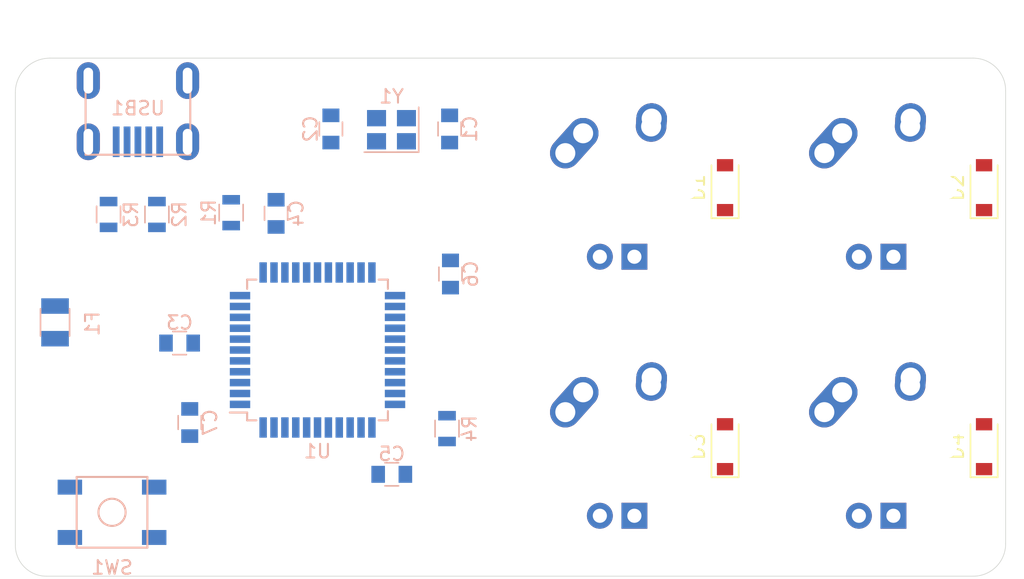
<source format=kicad_pcb>
(kicad_pcb (version 20171130) (host pcbnew "(5.1.0-0)")

  (general
    (thickness 1.6)
    (drawings 8)
    (tracks 0)
    (zones 0)
    (modules 24)
    (nets 57)
  )

  (page A4)
  (layers
    (0 F.Cu signal)
    (31 B.Cu signal)
    (32 B.Adhes user)
    (33 F.Adhes user)
    (34 B.Paste user)
    (35 F.Paste user)
    (36 B.SilkS user)
    (37 F.SilkS user)
    (38 B.Mask user)
    (39 F.Mask user)
    (40 Dwgs.User user)
    (41 Cmts.User user)
    (42 Eco1.User user)
    (43 Eco2.User user)
    (44 Edge.Cuts user)
    (45 Margin user)
    (46 B.CrtYd user)
    (47 F.CrtYd user)
    (48 B.Fab user)
    (49 F.Fab user)
  )

  (setup
    (last_trace_width 0.25)
    (trace_clearance 0.2)
    (zone_clearance 0.508)
    (zone_45_only no)
    (trace_min 0.2)
    (via_size 0.8)
    (via_drill 0.4)
    (via_min_size 0.4)
    (via_min_drill 0.3)
    (uvia_size 0.3)
    (uvia_drill 0.1)
    (uvias_allowed no)
    (uvia_min_size 0.2)
    (uvia_min_drill 0.1)
    (edge_width 0.05)
    (segment_width 0.2)
    (pcb_text_width 0.3)
    (pcb_text_size 1.5 1.5)
    (mod_edge_width 0.12)
    (mod_text_size 1 1)
    (mod_text_width 0.15)
    (pad_size 1.524 1.524)
    (pad_drill 0.762)
    (pad_to_mask_clearance 0.051)
    (solder_mask_min_width 0.25)
    (aux_axis_origin 0 0)
    (visible_elements FFFFFF7F)
    (pcbplotparams
      (layerselection 0x010fc_ffffffff)
      (usegerberextensions false)
      (usegerberattributes false)
      (usegerberadvancedattributes false)
      (creategerberjobfile false)
      (excludeedgelayer true)
      (linewidth 0.100000)
      (plotframeref false)
      (viasonmask false)
      (mode 1)
      (useauxorigin false)
      (hpglpennumber 1)
      (hpglpenspeed 20)
      (hpglpendiameter 15.000000)
      (psnegative false)
      (psa4output false)
      (plotreference true)
      (plotvalue true)
      (plotinvisibletext false)
      (padsonsilk false)
      (subtractmaskfromsilk false)
      (outputformat 1)
      (mirror false)
      (drillshape 1)
      (scaleselection 1)
      (outputdirectory ""))
  )

  (net 0 "")
  (net 1 "Net-(C1-Pad1)")
  (net 2 GND)
  (net 3 "Net-(C2-Pad1)")
  (net 4 "Net-(C3-Pad1)")
  (net 5 +5V)
  (net 6 ROW0)
  (net 7 "Net-(D1-Pad2)")
  (net 8 "Net-(D2-Pad2)")
  (net 9 ROW1)
  (net 10 "Net-(D3-Pad2)")
  (net 11 "Net-(D4-Pad2)")
  (net 12 VCC)
  (net 13 "Net-(MX1-Pad4)")
  (net 14 "Net-(MX1-Pad3)")
  (net 15 COL0)
  (net 16 "Net-(MX2-Pad4)")
  (net 17 "Net-(MX2-Pad3)")
  (net 18 COL1)
  (net 19 "Net-(MX3-Pad4)")
  (net 20 "Net-(MX3-Pad3)")
  (net 21 "Net-(MX4-Pad4)")
  (net 22 "Net-(MX4-Pad3)")
  (net 23 "Net-(R1-Pad2)")
  (net 24 "Net-(R2-Pad1)")
  (net 25 D+)
  (net 26 "Net-(R3-Pad1)")
  (net 27 D-)
  (net 28 "Net-(R4-Pad2)")
  (net 29 "Net-(U1-Pad1)")
  (net 30 "Net-(U1-Pad8)")
  (net 31 "Net-(U1-Pad9)")
  (net 32 "Net-(U1-Pad10)")
  (net 33 "Net-(U1-Pad11)")
  (net 34 "Net-(U1-Pad12)")
  (net 35 "Net-(U1-Pad18)")
  (net 36 "Net-(U1-Pad19)")
  (net 37 "Net-(U1-Pad20)")
  (net 38 "Net-(U1-Pad21)")
  (net 39 "Net-(U1-Pad22)")
  (net 40 "Net-(U1-Pad25)")
  (net 41 "Net-(U1-Pad26)")
  (net 42 "Net-(U1-Pad27)")
  (net 43 "Net-(U1-Pad28)")
  (net 44 "Net-(U1-Pad29)")
  (net 45 "Net-(U1-Pad30)")
  (net 46 "Net-(U1-Pad31)")
  (net 47 "Net-(U1-Pad32)")
  (net 48 "Net-(U1-Pad36)")
  (net 49 "Net-(U1-Pad37)")
  (net 50 "Net-(U1-Pad38)")
  (net 51 "Net-(U1-Pad39)")
  (net 52 "Net-(U1-Pad40)")
  (net 53 "Net-(U1-Pad41)")
  (net 54 "Net-(U1-Pad42)")
  (net 55 "Net-(USB1-Pad6)")
  (net 56 "Net-(USB1-Pad2)")

  (net_class Default "This is the default net class."
    (clearance 0.2)
    (trace_width 0.25)
    (via_dia 0.8)
    (via_drill 0.4)
    (uvia_dia 0.3)
    (uvia_drill 0.1)
    (add_net +5V)
    (add_net COL0)
    (add_net COL1)
    (add_net D+)
    (add_net D-)
    (add_net GND)
    (add_net "Net-(C1-Pad1)")
    (add_net "Net-(C2-Pad1)")
    (add_net "Net-(C3-Pad1)")
    (add_net "Net-(D1-Pad2)")
    (add_net "Net-(D2-Pad2)")
    (add_net "Net-(D3-Pad2)")
    (add_net "Net-(D4-Pad2)")
    (add_net "Net-(MX1-Pad3)")
    (add_net "Net-(MX1-Pad4)")
    (add_net "Net-(MX2-Pad3)")
    (add_net "Net-(MX2-Pad4)")
    (add_net "Net-(MX3-Pad3)")
    (add_net "Net-(MX3-Pad4)")
    (add_net "Net-(MX4-Pad3)")
    (add_net "Net-(MX4-Pad4)")
    (add_net "Net-(R1-Pad2)")
    (add_net "Net-(R2-Pad1)")
    (add_net "Net-(R3-Pad1)")
    (add_net "Net-(R4-Pad2)")
    (add_net "Net-(U1-Pad1)")
    (add_net "Net-(U1-Pad10)")
    (add_net "Net-(U1-Pad11)")
    (add_net "Net-(U1-Pad12)")
    (add_net "Net-(U1-Pad18)")
    (add_net "Net-(U1-Pad19)")
    (add_net "Net-(U1-Pad20)")
    (add_net "Net-(U1-Pad21)")
    (add_net "Net-(U1-Pad22)")
    (add_net "Net-(U1-Pad25)")
    (add_net "Net-(U1-Pad26)")
    (add_net "Net-(U1-Pad27)")
    (add_net "Net-(U1-Pad28)")
    (add_net "Net-(U1-Pad29)")
    (add_net "Net-(U1-Pad30)")
    (add_net "Net-(U1-Pad31)")
    (add_net "Net-(U1-Pad32)")
    (add_net "Net-(U1-Pad36)")
    (add_net "Net-(U1-Pad37)")
    (add_net "Net-(U1-Pad38)")
    (add_net "Net-(U1-Pad39)")
    (add_net "Net-(U1-Pad40)")
    (add_net "Net-(U1-Pad41)")
    (add_net "Net-(U1-Pad42)")
    (add_net "Net-(U1-Pad8)")
    (add_net "Net-(U1-Pad9)")
    (add_net "Net-(USB1-Pad2)")
    (add_net "Net-(USB1-Pad6)")
    (add_net ROW0)
    (add_net ROW1)
    (add_net VCC)
  )

  (module Capacitors_SMD:C_0805 (layer B.Cu) (tedit 58AA8463) (tstamp 5CEDECCE)
    (at 211.5185 84.582 90)
    (descr "Capacitor SMD 0805, reflow soldering, AVX (see smccp.pdf)")
    (tags "capacitor 0805")
    (path /5CF016BA)
    (attr smd)
    (fp_text reference C1 (at 0 1.5 90) (layer B.SilkS)
      (effects (font (size 1 1) (thickness 0.15)) (justify mirror))
    )
    (fp_text value 22pF (at 0 -1.75 90) (layer B.Fab)
      (effects (font (size 1 1) (thickness 0.15)) (justify mirror))
    )
    (fp_text user %R (at 0 1.5 90) (layer B.Fab)
      (effects (font (size 1 1) (thickness 0.15)) (justify mirror))
    )
    (fp_line (start -1 -0.62) (end -1 0.62) (layer B.Fab) (width 0.1))
    (fp_line (start 1 -0.62) (end -1 -0.62) (layer B.Fab) (width 0.1))
    (fp_line (start 1 0.62) (end 1 -0.62) (layer B.Fab) (width 0.1))
    (fp_line (start -1 0.62) (end 1 0.62) (layer B.Fab) (width 0.1))
    (fp_line (start 0.5 0.85) (end -0.5 0.85) (layer B.SilkS) (width 0.12))
    (fp_line (start -0.5 -0.85) (end 0.5 -0.85) (layer B.SilkS) (width 0.12))
    (fp_line (start -1.75 0.88) (end 1.75 0.88) (layer B.CrtYd) (width 0.05))
    (fp_line (start -1.75 0.88) (end -1.75 -0.87) (layer B.CrtYd) (width 0.05))
    (fp_line (start 1.75 -0.87) (end 1.75 0.88) (layer B.CrtYd) (width 0.05))
    (fp_line (start 1.75 -0.87) (end -1.75 -0.87) (layer B.CrtYd) (width 0.05))
    (pad 1 smd rect (at -1 0 90) (size 1 1.25) (layers B.Cu B.Paste B.Mask)
      (net 1 "Net-(C1-Pad1)"))
    (pad 2 smd rect (at 1 0 90) (size 1 1.25) (layers B.Cu B.Paste B.Mask)
      (net 2 GND))
    (model Capacitors_SMD.3dshapes/C_0805.wrl
      (at (xyz 0 0 0))
      (scale (xyz 1 1 1))
      (rotate (xyz 0 0 0))
    )
  )

  (module Capacitors_SMD:C_0805 (layer B.Cu) (tedit 58AA8463) (tstamp 5CEDEC9E)
    (at 202.78725 84.582 270)
    (descr "Capacitor SMD 0805, reflow soldering, AVX (see smccp.pdf)")
    (tags "capacitor 0805")
    (path /5CF02914)
    (attr smd)
    (fp_text reference C2 (at 0 1.5 270) (layer B.SilkS)
      (effects (font (size 1 1) (thickness 0.15)) (justify mirror))
    )
    (fp_text value 22pF (at 0 -1.75 270) (layer B.Fab)
      (effects (font (size 1 1) (thickness 0.15)) (justify mirror))
    )
    (fp_text user %R (at 0 1.5 270) (layer B.Fab)
      (effects (font (size 1 1) (thickness 0.15)) (justify mirror))
    )
    (fp_line (start -1 -0.62) (end -1 0.62) (layer B.Fab) (width 0.1))
    (fp_line (start 1 -0.62) (end -1 -0.62) (layer B.Fab) (width 0.1))
    (fp_line (start 1 0.62) (end 1 -0.62) (layer B.Fab) (width 0.1))
    (fp_line (start -1 0.62) (end 1 0.62) (layer B.Fab) (width 0.1))
    (fp_line (start 0.5 0.85) (end -0.5 0.85) (layer B.SilkS) (width 0.12))
    (fp_line (start -0.5 -0.85) (end 0.5 -0.85) (layer B.SilkS) (width 0.12))
    (fp_line (start -1.75 0.88) (end 1.75 0.88) (layer B.CrtYd) (width 0.05))
    (fp_line (start -1.75 0.88) (end -1.75 -0.87) (layer B.CrtYd) (width 0.05))
    (fp_line (start 1.75 -0.87) (end 1.75 0.88) (layer B.CrtYd) (width 0.05))
    (fp_line (start 1.75 -0.87) (end -1.75 -0.87) (layer B.CrtYd) (width 0.05))
    (pad 1 smd rect (at -1 0 270) (size 1 1.25) (layers B.Cu B.Paste B.Mask)
      (net 3 "Net-(C2-Pad1)"))
    (pad 2 smd rect (at 1 0 270) (size 1 1.25) (layers B.Cu B.Paste B.Mask)
      (net 2 GND))
    (model Capacitors_SMD.3dshapes/C_0805.wrl
      (at (xyz 0 0 0))
      (scale (xyz 1 1 1))
      (rotate (xyz 0 0 0))
    )
  )

  (module Resistors_SMD:R_0805 (layer B.Cu) (tedit 58E0A804) (tstamp 5CEDEC6E)
    (at 195.453 90.739 270)
    (descr "Resistor SMD 0805, reflow soldering, Vishay (see dcrcw.pdf)")
    (tags "resistor 0805")
    (path /5CF20C89)
    (attr smd)
    (fp_text reference R1 (at 0 1.65 270) (layer B.SilkS)
      (effects (font (size 1 1) (thickness 0.15)) (justify mirror))
    )
    (fp_text value 10k (at 0 -1.75 270) (layer B.Fab)
      (effects (font (size 1 1) (thickness 0.15)) (justify mirror))
    )
    (fp_text user %R (at 0 0 270) (layer B.Fab)
      (effects (font (size 0.5 0.5) (thickness 0.075)) (justify mirror))
    )
    (fp_line (start -1 -0.62) (end -1 0.62) (layer B.Fab) (width 0.1))
    (fp_line (start 1 -0.62) (end -1 -0.62) (layer B.Fab) (width 0.1))
    (fp_line (start 1 0.62) (end 1 -0.62) (layer B.Fab) (width 0.1))
    (fp_line (start -1 0.62) (end 1 0.62) (layer B.Fab) (width 0.1))
    (fp_line (start 0.6 -0.88) (end -0.6 -0.88) (layer B.SilkS) (width 0.12))
    (fp_line (start -0.6 0.88) (end 0.6 0.88) (layer B.SilkS) (width 0.12))
    (fp_line (start -1.55 0.9) (end 1.55 0.9) (layer B.CrtYd) (width 0.05))
    (fp_line (start -1.55 0.9) (end -1.55 -0.9) (layer B.CrtYd) (width 0.05))
    (fp_line (start 1.55 -0.9) (end 1.55 0.9) (layer B.CrtYd) (width 0.05))
    (fp_line (start 1.55 -0.9) (end -1.55 -0.9) (layer B.CrtYd) (width 0.05))
    (pad 1 smd rect (at -0.95 0 270) (size 0.7 1.3) (layers B.Cu B.Paste B.Mask)
      (net 5 +5V))
    (pad 2 smd rect (at 0.95 0 270) (size 0.7 1.3) (layers B.Cu B.Paste B.Mask)
      (net 23 "Net-(R1-Pad2)"))
    (model ${KISYS3DMOD}/Resistors_SMD.3dshapes/R_0805.wrl
      (at (xyz 0 0 0))
      (scale (xyz 1 1 1))
      (rotate (xyz 0 0 0))
    )
  )

  (module random-keyboard-parts:SKQG-1155865 (layer B.Cu) (tedit 5C42C5DE) (tstamp 5CEDEC24)
    (at 186.69 112.776 180)
    (path /5CF107F0)
    (attr smd)
    (fp_text reference SW1 (at 0 -4.064 180) (layer B.SilkS)
      (effects (font (size 1 1) (thickness 0.15)) (justify mirror))
    )
    (fp_text value SW_Push (at 0 4.064 180) (layer B.Fab)
      (effects (font (size 1 1) (thickness 0.15)) (justify mirror))
    )
    (fp_line (start -2.6 2.6) (end 2.6 2.6) (layer B.SilkS) (width 0.15))
    (fp_line (start 2.6 2.6) (end 2.6 -2.6) (layer B.SilkS) (width 0.15))
    (fp_line (start 2.6 -2.6) (end -2.6 -2.6) (layer B.SilkS) (width 0.15))
    (fp_line (start -2.6 -2.6) (end -2.6 2.6) (layer B.SilkS) (width 0.15))
    (fp_circle (center 0 0) (end 1 0) (layer B.SilkS) (width 0.15))
    (fp_line (start -4.2 2.6) (end 4.2 2.6) (layer B.Fab) (width 0.15))
    (fp_line (start 4.2 2.6) (end 4.2 1.2) (layer B.Fab) (width 0.15))
    (fp_line (start 4.2 1.1) (end 2.6 1.1) (layer B.Fab) (width 0.15))
    (fp_line (start 2.6 1.1) (end 2.6 -1.1) (layer B.Fab) (width 0.15))
    (fp_line (start 2.6 -1.1) (end 4.2 -1.1) (layer B.Fab) (width 0.15))
    (fp_line (start 4.2 -1.1) (end 4.2 -2.6) (layer B.Fab) (width 0.15))
    (fp_line (start 4.2 -2.6) (end -4.2 -2.6) (layer B.Fab) (width 0.15))
    (fp_line (start -4.2 -2.6) (end -4.2 -1.1) (layer B.Fab) (width 0.15))
    (fp_line (start -4.2 -1.1) (end -2.6 -1.1) (layer B.Fab) (width 0.15))
    (fp_line (start -2.6 -1.1) (end -2.6 1.1) (layer B.Fab) (width 0.15))
    (fp_line (start -2.6 1.1) (end -4.2 1.1) (layer B.Fab) (width 0.15))
    (fp_line (start -4.2 1.1) (end -4.2 2.6) (layer B.Fab) (width 0.15))
    (fp_circle (center 0 0) (end 1 0) (layer B.Fab) (width 0.15))
    (fp_line (start -2.6 1.1) (end -1.1 2.6) (layer B.Fab) (width 0.15))
    (fp_line (start 2.6 1.1) (end 1.1 2.6) (layer B.Fab) (width 0.15))
    (fp_line (start 2.6 -1.1) (end 1.1 -2.6) (layer B.Fab) (width 0.15))
    (fp_line (start -2.6 -1.1) (end -1.1 -2.6) (layer B.Fab) (width 0.15))
    (pad 4 smd rect (at -3.1 -1.85 180) (size 1.8 1.1) (layers B.Cu B.Paste B.Mask))
    (pad 3 smd rect (at 3.1 1.85 180) (size 1.8 1.1) (layers B.Cu B.Paste B.Mask))
    (pad 2 smd rect (at -3.1 1.85 180) (size 1.8 1.1) (layers B.Cu B.Paste B.Mask)
      (net 23 "Net-(R1-Pad2)"))
    (pad 1 smd rect (at 3.1 -1.85 180) (size 1.8 1.1) (layers B.Cu B.Paste B.Mask)
      (net 2 GND))
  )

  (module Crystals:Crystal_SMD_3225-4pin_3.2x2.5mm (layer B.Cu) (tedit 58CD2E9C) (tstamp 5CEDEBE1)
    (at 207.2435 84.63825 180)
    (descr "SMD Crystal SERIES SMD3225/4 http://www.txccrystal.com/images/pdf/7m-accuracy.pdf, 3.2x2.5mm^2 package")
    (tags "SMD SMT crystal")
    (path /5CEF83B1)
    (attr smd)
    (fp_text reference Y1 (at 0 2.45 180) (layer B.SilkS)
      (effects (font (size 1 1) (thickness 0.15)) (justify mirror))
    )
    (fp_text value 16MHz (at 0 -2.45 180) (layer B.Fab)
      (effects (font (size 1 1) (thickness 0.15)) (justify mirror))
    )
    (fp_text user %R (at 0 0 180) (layer B.Fab)
      (effects (font (size 0.7 0.7) (thickness 0.105)) (justify mirror))
    )
    (fp_line (start -1.6 1.25) (end -1.6 -1.25) (layer B.Fab) (width 0.1))
    (fp_line (start -1.6 -1.25) (end 1.6 -1.25) (layer B.Fab) (width 0.1))
    (fp_line (start 1.6 -1.25) (end 1.6 1.25) (layer B.Fab) (width 0.1))
    (fp_line (start 1.6 1.25) (end -1.6 1.25) (layer B.Fab) (width 0.1))
    (fp_line (start -1.6 -0.25) (end -0.6 -1.25) (layer B.Fab) (width 0.1))
    (fp_line (start -2 1.65) (end -2 -1.65) (layer B.SilkS) (width 0.12))
    (fp_line (start -2 -1.65) (end 2 -1.65) (layer B.SilkS) (width 0.12))
    (fp_line (start -2.1 1.7) (end -2.1 -1.7) (layer B.CrtYd) (width 0.05))
    (fp_line (start -2.1 -1.7) (end 2.1 -1.7) (layer B.CrtYd) (width 0.05))
    (fp_line (start 2.1 -1.7) (end 2.1 1.7) (layer B.CrtYd) (width 0.05))
    (fp_line (start 2.1 1.7) (end -2.1 1.7) (layer B.CrtYd) (width 0.05))
    (pad 1 smd rect (at -1.1 -0.85 180) (size 1.4 1.2) (layers B.Cu B.Paste B.Mask)
      (net 1 "Net-(C1-Pad1)"))
    (pad 2 smd rect (at 1.1 -0.85 180) (size 1.4 1.2) (layers B.Cu B.Paste B.Mask)
      (net 2 GND))
    (pad 3 smd rect (at 1.1 0.85 180) (size 1.4 1.2) (layers B.Cu B.Paste B.Mask)
      (net 3 "Net-(C2-Pad1)"))
    (pad 4 smd rect (at -1.1 0.85 180) (size 1.4 1.2) (layers B.Cu B.Paste B.Mask)
      (net 2 GND))
    (model ${KISYS3DMOD}/Crystals.3dshapes/Crystal_SMD_3225-4pin_3.2x2.5mm.wrl
      (at (xyz 0 0 0))
      (scale (xyz 1 1 1))
      (rotate (xyz 0 0 0))
    )
  )

  (module random-keyboard-parts:Molex-0548190589 (layer B.Cu) (tedit 5C494815) (tstamp 5CEDF768)
    (at 188.595 81.026 270)
    (path /5CF272C0)
    (attr smd)
    (fp_text reference USB1 (at 2.032 0 180) (layer B.SilkS)
      (effects (font (size 1 1) (thickness 0.15)) (justify mirror))
    )
    (fp_text value Molex-0548190589 (at -5.08 0 180) (layer Dwgs.User)
      (effects (font (size 1 1) (thickness 0.15)))
    )
    (fp_text user %R (at 2 0 180) (layer B.CrtYd)
      (effects (font (size 1 1) (thickness 0.15)) (justify mirror))
    )
    (fp_line (start 3.25 1.25) (end 5.5 1.25) (layer B.CrtYd) (width 0.15))
    (fp_line (start 5.5 0.5) (end 3.25 0.5) (layer B.CrtYd) (width 0.15))
    (fp_line (start 3.25 -0.5) (end 5.5 -0.5) (layer B.CrtYd) (width 0.15))
    (fp_line (start 5.5 -1.25) (end 3.25 -1.25) (layer B.CrtYd) (width 0.15))
    (fp_line (start 3.25 -2) (end 5.5 -2) (layer B.CrtYd) (width 0.15))
    (fp_line (start 3.25 2) (end 3.25 -2) (layer B.CrtYd) (width 0.15))
    (fp_line (start 5.5 2) (end 3.25 2) (layer B.CrtYd) (width 0.15))
    (fp_line (start -3.75 -3.75) (end -3.75 3.75) (layer B.CrtYd) (width 0.15))
    (fp_line (start 5.5 -3.75) (end -3.75 -3.75) (layer B.CrtYd) (width 0.15))
    (fp_line (start 5.5 3.75) (end 5.5 -3.75) (layer B.CrtYd) (width 0.15))
    (fp_line (start -3.75 3.75) (end 5.5 3.75) (layer B.CrtYd) (width 0.15))
    (fp_line (start 0 3.85) (end 5.45 3.85) (layer B.SilkS) (width 0.15))
    (fp_line (start 0 -3.85) (end 5.45 -3.85) (layer B.SilkS) (width 0.15))
    (fp_line (start 5.45 3.85) (end 5.45 -3.85) (layer B.SilkS) (width 0.15))
    (fp_line (start -3.75 3.85) (end 0 3.85) (layer Dwgs.User) (width 0.15))
    (fp_line (start -3.75 -3.85) (end 0 -3.85) (layer Dwgs.User) (width 0.15))
    (fp_line (start -1.75 4.572) (end -1.75 -4.572) (layer Dwgs.User) (width 0.15))
    (fp_line (start -3.75 3.85) (end -3.75 -3.85) (layer Dwgs.User) (width 0.15))
    (pad 6 thru_hole oval (at 0 3.65 270) (size 2.7 1.7) (drill oval 1.9 0.7) (layers *.Cu *.Mask)
      (net 55 "Net-(USB1-Pad6)"))
    (pad 6 thru_hole oval (at 0 -3.65 270) (size 2.7 1.7) (drill oval 1.9 0.7) (layers *.Cu *.Mask)
      (net 55 "Net-(USB1-Pad6)"))
    (pad 6 thru_hole oval (at 4.5 -3.65 270) (size 2.7 1.7) (drill oval 1.9 0.7) (layers *.Cu *.Mask)
      (net 55 "Net-(USB1-Pad6)"))
    (pad 6 thru_hole oval (at 4.5 3.65 270) (size 2.7 1.7) (drill oval 1.9 0.7) (layers *.Cu *.Mask)
      (net 55 "Net-(USB1-Pad6)"))
    (pad 5 smd rect (at 4.5 1.6 270) (size 2.25 0.5) (layers B.Cu B.Paste B.Mask)
      (net 12 VCC))
    (pad 4 smd rect (at 4.5 0.8 270) (size 2.25 0.5) (layers B.Cu B.Paste B.Mask)
      (net 27 D-))
    (pad 3 smd rect (at 4.5 0 270) (size 2.25 0.5) (layers B.Cu B.Paste B.Mask)
      (net 25 D+))
    (pad 2 smd rect (at 4.5 -0.8 270) (size 2.25 0.5) (layers B.Cu B.Paste B.Mask)
      (net 56 "Net-(USB1-Pad2)"))
    (pad 1 smd rect (at 4.5 -1.6 270) (size 2.25 0.5) (layers B.Cu B.Paste B.Mask)
      (net 2 GND))
  )

  (module Capacitors_SMD:C_0805 (layer B.Cu) (tedit 58AA8463) (tstamp 5CEDA331)
    (at 198.755 90.789 90)
    (descr "Capacitor SMD 0805, reflow soldering, AVX (see smccp.pdf)")
    (tags "capacitor 0805")
    (path /5CEF20E4)
    (attr smd)
    (fp_text reference C4 (at 0 1.5 90) (layer B.SilkS)
      (effects (font (size 1 1) (thickness 0.15)) (justify mirror))
    )
    (fp_text value 0.1uF (at 0 -1.75 90) (layer B.Fab)
      (effects (font (size 1 1) (thickness 0.15)) (justify mirror))
    )
    (fp_text user %R (at 0 1.5 90) (layer B.Fab)
      (effects (font (size 1 1) (thickness 0.15)) (justify mirror))
    )
    (fp_line (start -1 -0.62) (end -1 0.62) (layer B.Fab) (width 0.1))
    (fp_line (start 1 -0.62) (end -1 -0.62) (layer B.Fab) (width 0.1))
    (fp_line (start 1 0.62) (end 1 -0.62) (layer B.Fab) (width 0.1))
    (fp_line (start -1 0.62) (end 1 0.62) (layer B.Fab) (width 0.1))
    (fp_line (start 0.5 0.85) (end -0.5 0.85) (layer B.SilkS) (width 0.12))
    (fp_line (start -0.5 -0.85) (end 0.5 -0.85) (layer B.SilkS) (width 0.12))
    (fp_line (start -1.75 0.88) (end 1.75 0.88) (layer B.CrtYd) (width 0.05))
    (fp_line (start -1.75 0.88) (end -1.75 -0.87) (layer B.CrtYd) (width 0.05))
    (fp_line (start 1.75 -0.87) (end 1.75 0.88) (layer B.CrtYd) (width 0.05))
    (fp_line (start 1.75 -0.87) (end -1.75 -0.87) (layer B.CrtYd) (width 0.05))
    (pad 1 smd rect (at -1 0 90) (size 1 1.25) (layers B.Cu B.Paste B.Mask)
      (net 5 +5V))
    (pad 2 smd rect (at 1 0 90) (size 1 1.25) (layers B.Cu B.Paste B.Mask)
      (net 2 GND))
    (model Capacitors_SMD.3dshapes/C_0805.wrl
      (at (xyz 0 0 0))
      (scale (xyz 1 1 1))
      (rotate (xyz 0 0 0))
    )
  )

  (module Capacitors_SMD:C_0805 (layer B.Cu) (tedit 58AA8463) (tstamp 5CEDEBAE)
    (at 191.659 100.33 180)
    (descr "Capacitor SMD 0805, reflow soldering, AVX (see smccp.pdf)")
    (tags "capacitor 0805")
    (path /5CEEEBC7)
    (attr smd)
    (fp_text reference C3 (at 0 1.5 180) (layer B.SilkS)
      (effects (font (size 1 1) (thickness 0.15)) (justify mirror))
    )
    (fp_text value 1uF (at 0 -1.75 180) (layer B.Fab)
      (effects (font (size 1 1) (thickness 0.15)) (justify mirror))
    )
    (fp_text user %R (at 0 1.5 180) (layer B.Fab)
      (effects (font (size 1 1) (thickness 0.15)) (justify mirror))
    )
    (fp_line (start -1 -0.62) (end -1 0.62) (layer B.Fab) (width 0.1))
    (fp_line (start 1 -0.62) (end -1 -0.62) (layer B.Fab) (width 0.1))
    (fp_line (start 1 0.62) (end 1 -0.62) (layer B.Fab) (width 0.1))
    (fp_line (start -1 0.62) (end 1 0.62) (layer B.Fab) (width 0.1))
    (fp_line (start 0.5 0.85) (end -0.5 0.85) (layer B.SilkS) (width 0.12))
    (fp_line (start -0.5 -0.85) (end 0.5 -0.85) (layer B.SilkS) (width 0.12))
    (fp_line (start -1.75 0.88) (end 1.75 0.88) (layer B.CrtYd) (width 0.05))
    (fp_line (start -1.75 0.88) (end -1.75 -0.87) (layer B.CrtYd) (width 0.05))
    (fp_line (start 1.75 -0.87) (end 1.75 0.88) (layer B.CrtYd) (width 0.05))
    (fp_line (start 1.75 -0.87) (end -1.75 -0.87) (layer B.CrtYd) (width 0.05))
    (pad 1 smd rect (at -1 0 180) (size 1 1.25) (layers B.Cu B.Paste B.Mask)
      (net 4 "Net-(C3-Pad1)"))
    (pad 2 smd rect (at 1 0 180) (size 1 1.25) (layers B.Cu B.Paste B.Mask)
      (net 2 GND))
    (model Capacitors_SMD.3dshapes/C_0805.wrl
      (at (xyz 0 0 0))
      (scale (xyz 1 1 1))
      (rotate (xyz 0 0 0))
    )
  )

  (module Housings_QFP:TQFP-44_10x10mm_Pitch0.8mm (layer B.Cu) (tedit 58CC9A48) (tstamp 5CEDEB1A)
    (at 201.803 100.838)
    (descr "44-Lead Plastic Thin Quad Flatpack (PT) - 10x10x1.0 mm Body [TQFP] (see Microchip Packaging Specification 00000049BS.pdf)")
    (tags "QFP 0.8")
    (path /5CED83DB)
    (attr smd)
    (fp_text reference U1 (at 0 7.45) (layer B.SilkS)
      (effects (font (size 1 1) (thickness 0.15)) (justify mirror))
    )
    (fp_text value ATmega32U4-AU (at 0 -7.45) (layer B.Fab)
      (effects (font (size 1 1) (thickness 0.15)) (justify mirror))
    )
    (fp_text user %R (at 0 0) (layer B.Fab)
      (effects (font (size 1 1) (thickness 0.15)) (justify mirror))
    )
    (fp_line (start -4 5) (end 5 5) (layer B.Fab) (width 0.15))
    (fp_line (start 5 5) (end 5 -5) (layer B.Fab) (width 0.15))
    (fp_line (start 5 -5) (end -5 -5) (layer B.Fab) (width 0.15))
    (fp_line (start -5 -5) (end -5 4) (layer B.Fab) (width 0.15))
    (fp_line (start -5 4) (end -4 5) (layer B.Fab) (width 0.15))
    (fp_line (start -6.7 6.7) (end -6.7 -6.7) (layer B.CrtYd) (width 0.05))
    (fp_line (start 6.7 6.7) (end 6.7 -6.7) (layer B.CrtYd) (width 0.05))
    (fp_line (start -6.7 6.7) (end 6.7 6.7) (layer B.CrtYd) (width 0.05))
    (fp_line (start -6.7 -6.7) (end 6.7 -6.7) (layer B.CrtYd) (width 0.05))
    (fp_line (start -5.175 5.175) (end -5.175 4.6) (layer B.SilkS) (width 0.15))
    (fp_line (start 5.175 5.175) (end 5.175 4.5) (layer B.SilkS) (width 0.15))
    (fp_line (start 5.175 -5.175) (end 5.175 -4.5) (layer B.SilkS) (width 0.15))
    (fp_line (start -5.175 -5.175) (end -5.175 -4.5) (layer B.SilkS) (width 0.15))
    (fp_line (start -5.175 5.175) (end -4.5 5.175) (layer B.SilkS) (width 0.15))
    (fp_line (start -5.175 -5.175) (end -4.5 -5.175) (layer B.SilkS) (width 0.15))
    (fp_line (start 5.175 -5.175) (end 4.5 -5.175) (layer B.SilkS) (width 0.15))
    (fp_line (start 5.175 5.175) (end 4.5 5.175) (layer B.SilkS) (width 0.15))
    (fp_line (start -5.175 4.6) (end -6.45 4.6) (layer B.SilkS) (width 0.15))
    (pad 1 smd rect (at -5.7 4) (size 1.5 0.55) (layers B.Cu B.Paste B.Mask)
      (net 29 "Net-(U1-Pad1)"))
    (pad 2 smd rect (at -5.7 3.2) (size 1.5 0.55) (layers B.Cu B.Paste B.Mask)
      (net 5 +5V))
    (pad 3 smd rect (at -5.7 2.4) (size 1.5 0.55) (layers B.Cu B.Paste B.Mask)
      (net 26 "Net-(R3-Pad1)"))
    (pad 4 smd rect (at -5.7 1.6) (size 1.5 0.55) (layers B.Cu B.Paste B.Mask)
      (net 24 "Net-(R2-Pad1)"))
    (pad 5 smd rect (at -5.7 0.8) (size 1.5 0.55) (layers B.Cu B.Paste B.Mask)
      (net 2 GND))
    (pad 6 smd rect (at -5.7 0) (size 1.5 0.55) (layers B.Cu B.Paste B.Mask)
      (net 4 "Net-(C3-Pad1)"))
    (pad 7 smd rect (at -5.7 -0.8) (size 1.5 0.55) (layers B.Cu B.Paste B.Mask)
      (net 5 +5V))
    (pad 8 smd rect (at -5.7 -1.6) (size 1.5 0.55) (layers B.Cu B.Paste B.Mask)
      (net 30 "Net-(U1-Pad8)"))
    (pad 9 smd rect (at -5.7 -2.4) (size 1.5 0.55) (layers B.Cu B.Paste B.Mask)
      (net 31 "Net-(U1-Pad9)"))
    (pad 10 smd rect (at -5.7 -3.2) (size 1.5 0.55) (layers B.Cu B.Paste B.Mask)
      (net 32 "Net-(U1-Pad10)"))
    (pad 11 smd rect (at -5.7 -4) (size 1.5 0.55) (layers B.Cu B.Paste B.Mask)
      (net 33 "Net-(U1-Pad11)"))
    (pad 12 smd rect (at -4 -5.7 270) (size 1.5 0.55) (layers B.Cu B.Paste B.Mask)
      (net 34 "Net-(U1-Pad12)"))
    (pad 13 smd rect (at -3.2 -5.7 270) (size 1.5 0.55) (layers B.Cu B.Paste B.Mask)
      (net 23 "Net-(R1-Pad2)"))
    (pad 14 smd rect (at -2.4 -5.7 270) (size 1.5 0.55) (layers B.Cu B.Paste B.Mask)
      (net 5 +5V))
    (pad 15 smd rect (at -1.6 -5.7 270) (size 1.5 0.55) (layers B.Cu B.Paste B.Mask)
      (net 2 GND))
    (pad 16 smd rect (at -0.8 -5.7 270) (size 1.5 0.55) (layers B.Cu B.Paste B.Mask)
      (net 3 "Net-(C2-Pad1)"))
    (pad 17 smd rect (at 0 -5.7 270) (size 1.5 0.55) (layers B.Cu B.Paste B.Mask)
      (net 1 "Net-(C1-Pad1)"))
    (pad 18 smd rect (at 0.8 -5.7 270) (size 1.5 0.55) (layers B.Cu B.Paste B.Mask)
      (net 35 "Net-(U1-Pad18)"))
    (pad 19 smd rect (at 1.6 -5.7 270) (size 1.5 0.55) (layers B.Cu B.Paste B.Mask)
      (net 36 "Net-(U1-Pad19)"))
    (pad 20 smd rect (at 2.4 -5.7 270) (size 1.5 0.55) (layers B.Cu B.Paste B.Mask)
      (net 37 "Net-(U1-Pad20)"))
    (pad 21 smd rect (at 3.2 -5.7 270) (size 1.5 0.55) (layers B.Cu B.Paste B.Mask)
      (net 38 "Net-(U1-Pad21)"))
    (pad 22 smd rect (at 4 -5.7 270) (size 1.5 0.55) (layers B.Cu B.Paste B.Mask)
      (net 39 "Net-(U1-Pad22)"))
    (pad 23 smd rect (at 5.7 -4) (size 1.5 0.55) (layers B.Cu B.Paste B.Mask)
      (net 2 GND))
    (pad 24 smd rect (at 5.7 -3.2) (size 1.5 0.55) (layers B.Cu B.Paste B.Mask)
      (net 5 +5V))
    (pad 25 smd rect (at 5.7 -2.4) (size 1.5 0.55) (layers B.Cu B.Paste B.Mask)
      (net 40 "Net-(U1-Pad25)"))
    (pad 26 smd rect (at 5.7 -1.6) (size 1.5 0.55) (layers B.Cu B.Paste B.Mask)
      (net 41 "Net-(U1-Pad26)"))
    (pad 27 smd rect (at 5.7 -0.8) (size 1.5 0.55) (layers B.Cu B.Paste B.Mask)
      (net 42 "Net-(U1-Pad27)"))
    (pad 28 smd rect (at 5.7 0) (size 1.5 0.55) (layers B.Cu B.Paste B.Mask)
      (net 43 "Net-(U1-Pad28)"))
    (pad 29 smd rect (at 5.7 0.8) (size 1.5 0.55) (layers B.Cu B.Paste B.Mask)
      (net 44 "Net-(U1-Pad29)"))
    (pad 30 smd rect (at 5.7 1.6) (size 1.5 0.55) (layers B.Cu B.Paste B.Mask)
      (net 45 "Net-(U1-Pad30)"))
    (pad 31 smd rect (at 5.7 2.4) (size 1.5 0.55) (layers B.Cu B.Paste B.Mask)
      (net 46 "Net-(U1-Pad31)"))
    (pad 32 smd rect (at 5.7 3.2) (size 1.5 0.55) (layers B.Cu B.Paste B.Mask)
      (net 47 "Net-(U1-Pad32)"))
    (pad 33 smd rect (at 5.7 4) (size 1.5 0.55) (layers B.Cu B.Paste B.Mask)
      (net 28 "Net-(R4-Pad2)"))
    (pad 34 smd rect (at 4 5.7 270) (size 1.5 0.55) (layers B.Cu B.Paste B.Mask)
      (net 5 +5V))
    (pad 35 smd rect (at 3.2 5.7 270) (size 1.5 0.55) (layers B.Cu B.Paste B.Mask)
      (net 2 GND))
    (pad 36 smd rect (at 2.4 5.7 270) (size 1.5 0.55) (layers B.Cu B.Paste B.Mask)
      (net 48 "Net-(U1-Pad36)"))
    (pad 37 smd rect (at 1.6 5.7 270) (size 1.5 0.55) (layers B.Cu B.Paste B.Mask)
      (net 49 "Net-(U1-Pad37)"))
    (pad 38 smd rect (at 0.8 5.7 270) (size 1.5 0.55) (layers B.Cu B.Paste B.Mask)
      (net 50 "Net-(U1-Pad38)"))
    (pad 39 smd rect (at 0 5.7 270) (size 1.5 0.55) (layers B.Cu B.Paste B.Mask)
      (net 51 "Net-(U1-Pad39)"))
    (pad 40 smd rect (at -0.8 5.7 270) (size 1.5 0.55) (layers B.Cu B.Paste B.Mask)
      (net 52 "Net-(U1-Pad40)"))
    (pad 41 smd rect (at -1.6 5.7 270) (size 1.5 0.55) (layers B.Cu B.Paste B.Mask)
      (net 53 "Net-(U1-Pad41)"))
    (pad 42 smd rect (at -2.4 5.7 270) (size 1.5 0.55) (layers B.Cu B.Paste B.Mask)
      (net 54 "Net-(U1-Pad42)"))
    (pad 43 smd rect (at -3.2 5.7 270) (size 1.5 0.55) (layers B.Cu B.Paste B.Mask)
      (net 2 GND))
    (pad 44 smd rect (at -4 5.7 270) (size 1.5 0.55) (layers B.Cu B.Paste B.Mask)
      (net 5 +5V))
    (model ${KISYS3DMOD}/Housings_QFP.3dshapes/TQFP-44_10x10mm_Pitch0.8mm.wrl
      (at (xyz 0 0 0))
      (scale (xyz 1 1 1))
      (rotate (xyz 0 0 0))
    )
  )

  (module Fuse_Holders_and_Fuses:Fuse_SMD1206_Reflow (layer B.Cu) (tedit 0) (tstamp 5CEDEABA)
    (at 182.499 98.806 90)
    (descr "Fuse, Sicherung, SMD1206, Littlefuse-Wickmann, Reflow,")
    (tags "Fuse Sicherung SMD1206 Littlefuse-Wickmann Reflow ")
    (path /5CF290B1)
    (attr smd)
    (fp_text reference F1 (at -0.1 2.75 90) (layer B.SilkS)
      (effects (font (size 1 1) (thickness 0.15)) (justify mirror))
    )
    (fp_text value 500mA (at -0.45 -3.2 90) (layer B.Fab)
      (effects (font (size 1 1) (thickness 0.15)) (justify mirror))
    )
    (fp_line (start -1.6 -0.8) (end -1.6 0.8) (layer B.Fab) (width 0.1))
    (fp_line (start 1.6 -0.8) (end -1.6 -0.8) (layer B.Fab) (width 0.1))
    (fp_line (start 1.6 0.8) (end 1.6 -0.8) (layer B.Fab) (width 0.1))
    (fp_line (start -1.6 0.8) (end 1.6 0.8) (layer B.Fab) (width 0.1))
    (fp_line (start 1 -1.07) (end -1 -1.07) (layer B.SilkS) (width 0.12))
    (fp_line (start -1 1.07) (end 1 1.07) (layer B.SilkS) (width 0.12))
    (fp_line (start -2.47 1.05) (end 2.47 1.05) (layer B.CrtYd) (width 0.05))
    (fp_line (start -2.47 1.05) (end -2.47 -1.05) (layer B.CrtYd) (width 0.05))
    (fp_line (start 2.47 -1.05) (end 2.47 1.05) (layer B.CrtYd) (width 0.05))
    (fp_line (start 2.47 -1.05) (end -2.47 -1.05) (layer B.CrtYd) (width 0.05))
    (pad 1 smd rect (at -1.2 0) (size 2.03 1.14) (layers B.Cu B.Paste B.Mask)
      (net 12 VCC))
    (pad 2 smd rect (at 1.2 0) (size 2.03 1.14) (layers B.Cu B.Paste B.Mask)
      (net 5 +5V))
  )

  (module Resistors_SMD:R_0805 (layer B.Cu) (tedit 58E0A804) (tstamp 5CEDEA8B)
    (at 211.328 106.619 90)
    (descr "Resistor SMD 0805, reflow soldering, Vishay (see dcrcw.pdf)")
    (tags "resistor 0805")
    (path /5CEE2169)
    (attr smd)
    (fp_text reference R4 (at 0 1.65 90) (layer B.SilkS)
      (effects (font (size 1 1) (thickness 0.15)) (justify mirror))
    )
    (fp_text value 10k (at 0 -1.75 90) (layer B.Fab)
      (effects (font (size 1 1) (thickness 0.15)) (justify mirror))
    )
    (fp_text user %R (at 0 0 90) (layer B.Fab)
      (effects (font (size 0.5 0.5) (thickness 0.075)) (justify mirror))
    )
    (fp_line (start -1 -0.62) (end -1 0.62) (layer B.Fab) (width 0.1))
    (fp_line (start 1 -0.62) (end -1 -0.62) (layer B.Fab) (width 0.1))
    (fp_line (start 1 0.62) (end 1 -0.62) (layer B.Fab) (width 0.1))
    (fp_line (start -1 0.62) (end 1 0.62) (layer B.Fab) (width 0.1))
    (fp_line (start 0.6 -0.88) (end -0.6 -0.88) (layer B.SilkS) (width 0.12))
    (fp_line (start -0.6 0.88) (end 0.6 0.88) (layer B.SilkS) (width 0.12))
    (fp_line (start -1.55 0.9) (end 1.55 0.9) (layer B.CrtYd) (width 0.05))
    (fp_line (start -1.55 0.9) (end -1.55 -0.9) (layer B.CrtYd) (width 0.05))
    (fp_line (start 1.55 -0.9) (end 1.55 0.9) (layer B.CrtYd) (width 0.05))
    (fp_line (start 1.55 -0.9) (end -1.55 -0.9) (layer B.CrtYd) (width 0.05))
    (pad 1 smd rect (at -0.95 0 90) (size 0.7 1.3) (layers B.Cu B.Paste B.Mask)
      (net 2 GND))
    (pad 2 smd rect (at 0.95 0 90) (size 0.7 1.3) (layers B.Cu B.Paste B.Mask)
      (net 28 "Net-(R4-Pad2)"))
    (model ${KISYS3DMOD}/Resistors_SMD.3dshapes/R_0805.wrl
      (at (xyz 0 0 0))
      (scale (xyz 1 1 1))
      (rotate (xyz 0 0 0))
    )
  )

  (module Resistors_SMD:R_0805 (layer B.Cu) (tedit 58E0A804) (tstamp 5CEDEA5B)
    (at 186.436 90.871 90)
    (descr "Resistor SMD 0805, reflow soldering, Vishay (see dcrcw.pdf)")
    (tags "resistor 0805")
    (path /5CEE7004)
    (attr smd)
    (fp_text reference R3 (at 0 1.65 90) (layer B.SilkS)
      (effects (font (size 1 1) (thickness 0.15)) (justify mirror))
    )
    (fp_text value 22 (at 0 -1.75 90) (layer B.Fab)
      (effects (font (size 1 1) (thickness 0.15)) (justify mirror))
    )
    (fp_text user %R (at 0 0 90) (layer B.Fab)
      (effects (font (size 0.5 0.5) (thickness 0.075)) (justify mirror))
    )
    (fp_line (start -1 -0.62) (end -1 0.62) (layer B.Fab) (width 0.1))
    (fp_line (start 1 -0.62) (end -1 -0.62) (layer B.Fab) (width 0.1))
    (fp_line (start 1 0.62) (end 1 -0.62) (layer B.Fab) (width 0.1))
    (fp_line (start -1 0.62) (end 1 0.62) (layer B.Fab) (width 0.1))
    (fp_line (start 0.6 -0.88) (end -0.6 -0.88) (layer B.SilkS) (width 0.12))
    (fp_line (start -0.6 0.88) (end 0.6 0.88) (layer B.SilkS) (width 0.12))
    (fp_line (start -1.55 0.9) (end 1.55 0.9) (layer B.CrtYd) (width 0.05))
    (fp_line (start -1.55 0.9) (end -1.55 -0.9) (layer B.CrtYd) (width 0.05))
    (fp_line (start 1.55 -0.9) (end 1.55 0.9) (layer B.CrtYd) (width 0.05))
    (fp_line (start 1.55 -0.9) (end -1.55 -0.9) (layer B.CrtYd) (width 0.05))
    (pad 1 smd rect (at -0.95 0 90) (size 0.7 1.3) (layers B.Cu B.Paste B.Mask)
      (net 26 "Net-(R3-Pad1)"))
    (pad 2 smd rect (at 0.95 0 90) (size 0.7 1.3) (layers B.Cu B.Paste B.Mask)
      (net 27 D-))
    (model ${KISYS3DMOD}/Resistors_SMD.3dshapes/R_0805.wrl
      (at (xyz 0 0 0))
      (scale (xyz 1 1 1))
      (rotate (xyz 0 0 0))
    )
  )

  (module Resistors_SMD:R_0805 (layer B.Cu) (tedit 58E0A804) (tstamp 5CEDEA2B)
    (at 189.992 90.871 90)
    (descr "Resistor SMD 0805, reflow soldering, Vishay (see dcrcw.pdf)")
    (tags "resistor 0805")
    (path /5CEE78BC)
    (attr smd)
    (fp_text reference R2 (at 0 1.65 90) (layer B.SilkS)
      (effects (font (size 1 1) (thickness 0.15)) (justify mirror))
    )
    (fp_text value 22 (at 0 -1.75 90) (layer B.Fab)
      (effects (font (size 1 1) (thickness 0.15)) (justify mirror))
    )
    (fp_text user %R (at 0 0 90) (layer B.Fab)
      (effects (font (size 0.5 0.5) (thickness 0.075)) (justify mirror))
    )
    (fp_line (start -1 -0.62) (end -1 0.62) (layer B.Fab) (width 0.1))
    (fp_line (start 1 -0.62) (end -1 -0.62) (layer B.Fab) (width 0.1))
    (fp_line (start 1 0.62) (end 1 -0.62) (layer B.Fab) (width 0.1))
    (fp_line (start -1 0.62) (end 1 0.62) (layer B.Fab) (width 0.1))
    (fp_line (start 0.6 -0.88) (end -0.6 -0.88) (layer B.SilkS) (width 0.12))
    (fp_line (start -0.6 0.88) (end 0.6 0.88) (layer B.SilkS) (width 0.12))
    (fp_line (start -1.55 0.9) (end 1.55 0.9) (layer B.CrtYd) (width 0.05))
    (fp_line (start -1.55 0.9) (end -1.55 -0.9) (layer B.CrtYd) (width 0.05))
    (fp_line (start 1.55 -0.9) (end 1.55 0.9) (layer B.CrtYd) (width 0.05))
    (fp_line (start 1.55 -0.9) (end -1.55 -0.9) (layer B.CrtYd) (width 0.05))
    (pad 1 smd rect (at -0.95 0 90) (size 0.7 1.3) (layers B.Cu B.Paste B.Mask)
      (net 24 "Net-(R2-Pad1)"))
    (pad 2 smd rect (at 0.95 0 90) (size 0.7 1.3) (layers B.Cu B.Paste B.Mask)
      (net 25 D+))
    (model ${KISYS3DMOD}/Resistors_SMD.3dshapes/R_0805.wrl
      (at (xyz 0 0 0))
      (scale (xyz 1 1 1))
      (rotate (xyz 0 0 0))
    )
  )

  (module Capacitors_SMD:C_0805 (layer B.Cu) (tedit 58AA8463) (tstamp 5CEDE9FB)
    (at 192.405 106.172 90)
    (descr "Capacitor SMD 0805, reflow soldering, AVX (see smccp.pdf)")
    (tags "capacitor 0805")
    (path /5CEF2D82)
    (attr smd)
    (fp_text reference C7 (at 0 1.5 90) (layer B.SilkS)
      (effects (font (size 1 1) (thickness 0.15)) (justify mirror))
    )
    (fp_text value 10uF (at 0 -1.75 90) (layer B.Fab)
      (effects (font (size 1 1) (thickness 0.15)) (justify mirror))
    )
    (fp_text user %R (at 0 1.5 90) (layer B.Fab)
      (effects (font (size 1 1) (thickness 0.15)) (justify mirror))
    )
    (fp_line (start -1 -0.62) (end -1 0.62) (layer B.Fab) (width 0.1))
    (fp_line (start 1 -0.62) (end -1 -0.62) (layer B.Fab) (width 0.1))
    (fp_line (start 1 0.62) (end 1 -0.62) (layer B.Fab) (width 0.1))
    (fp_line (start -1 0.62) (end 1 0.62) (layer B.Fab) (width 0.1))
    (fp_line (start 0.5 0.85) (end -0.5 0.85) (layer B.SilkS) (width 0.12))
    (fp_line (start -0.5 -0.85) (end 0.5 -0.85) (layer B.SilkS) (width 0.12))
    (fp_line (start -1.75 0.88) (end 1.75 0.88) (layer B.CrtYd) (width 0.05))
    (fp_line (start -1.75 0.88) (end -1.75 -0.87) (layer B.CrtYd) (width 0.05))
    (fp_line (start 1.75 -0.87) (end 1.75 0.88) (layer B.CrtYd) (width 0.05))
    (fp_line (start 1.75 -0.87) (end -1.75 -0.87) (layer B.CrtYd) (width 0.05))
    (pad 1 smd rect (at -1 0 90) (size 1 1.25) (layers B.Cu B.Paste B.Mask)
      (net 5 +5V))
    (pad 2 smd rect (at 1 0 90) (size 1 1.25) (layers B.Cu B.Paste B.Mask)
      (net 2 GND))
    (model Capacitors_SMD.3dshapes/C_0805.wrl
      (at (xyz 0 0 0))
      (scale (xyz 1 1 1))
      (rotate (xyz 0 0 0))
    )
  )

  (module Capacitors_SMD:C_0805 (layer B.Cu) (tedit 58AA8463) (tstamp 5CEDE9CB)
    (at 211.582 95.25 90)
    (descr "Capacitor SMD 0805, reflow soldering, AVX (see smccp.pdf)")
    (tags "capacitor 0805")
    (path /5CEF27EA)
    (attr smd)
    (fp_text reference C6 (at 0 1.5 90) (layer B.SilkS)
      (effects (font (size 1 1) (thickness 0.15)) (justify mirror))
    )
    (fp_text value 0.1uF (at 0 -1.75 90) (layer B.Fab)
      (effects (font (size 1 1) (thickness 0.15)) (justify mirror))
    )
    (fp_text user %R (at 0 1.5 90) (layer B.Fab)
      (effects (font (size 1 1) (thickness 0.15)) (justify mirror))
    )
    (fp_line (start -1 -0.62) (end -1 0.62) (layer B.Fab) (width 0.1))
    (fp_line (start 1 -0.62) (end -1 -0.62) (layer B.Fab) (width 0.1))
    (fp_line (start 1 0.62) (end 1 -0.62) (layer B.Fab) (width 0.1))
    (fp_line (start -1 0.62) (end 1 0.62) (layer B.Fab) (width 0.1))
    (fp_line (start 0.5 0.85) (end -0.5 0.85) (layer B.SilkS) (width 0.12))
    (fp_line (start -0.5 -0.85) (end 0.5 -0.85) (layer B.SilkS) (width 0.12))
    (fp_line (start -1.75 0.88) (end 1.75 0.88) (layer B.CrtYd) (width 0.05))
    (fp_line (start -1.75 0.88) (end -1.75 -0.87) (layer B.CrtYd) (width 0.05))
    (fp_line (start 1.75 -0.87) (end 1.75 0.88) (layer B.CrtYd) (width 0.05))
    (fp_line (start 1.75 -0.87) (end -1.75 -0.87) (layer B.CrtYd) (width 0.05))
    (pad 1 smd rect (at -1 0 90) (size 1 1.25) (layers B.Cu B.Paste B.Mask)
      (net 5 +5V))
    (pad 2 smd rect (at 1 0 90) (size 1 1.25) (layers B.Cu B.Paste B.Mask)
      (net 2 GND))
    (model Capacitors_SMD.3dshapes/C_0805.wrl
      (at (xyz 0 0 0))
      (scale (xyz 1 1 1))
      (rotate (xyz 0 0 0))
    )
  )

  (module Capacitors_SMD:C_0805 (layer B.Cu) (tedit 58AA8463) (tstamp 5CEDFC77)
    (at 207.264 109.982 180)
    (descr "Capacitor SMD 0805, reflow soldering, AVX (see smccp.pdf)")
    (tags "capacitor 0805")
    (path /5CEF241E)
    (attr smd)
    (fp_text reference C5 (at 0 1.5 180) (layer B.SilkS)
      (effects (font (size 1 1) (thickness 0.15)) (justify mirror))
    )
    (fp_text value 0.1uF (at 0 -1.75 180) (layer B.Fab)
      (effects (font (size 1 1) (thickness 0.15)) (justify mirror))
    )
    (fp_text user %R (at 0 1.5 180) (layer B.Fab)
      (effects (font (size 1 1) (thickness 0.15)) (justify mirror))
    )
    (fp_line (start -1 -0.62) (end -1 0.62) (layer B.Fab) (width 0.1))
    (fp_line (start 1 -0.62) (end -1 -0.62) (layer B.Fab) (width 0.1))
    (fp_line (start 1 0.62) (end 1 -0.62) (layer B.Fab) (width 0.1))
    (fp_line (start -1 0.62) (end 1 0.62) (layer B.Fab) (width 0.1))
    (fp_line (start 0.5 0.85) (end -0.5 0.85) (layer B.SilkS) (width 0.12))
    (fp_line (start -0.5 -0.85) (end 0.5 -0.85) (layer B.SilkS) (width 0.12))
    (fp_line (start -1.75 0.88) (end 1.75 0.88) (layer B.CrtYd) (width 0.05))
    (fp_line (start -1.75 0.88) (end -1.75 -0.87) (layer B.CrtYd) (width 0.05))
    (fp_line (start 1.75 -0.87) (end 1.75 0.88) (layer B.CrtYd) (width 0.05))
    (fp_line (start 1.75 -0.87) (end -1.75 -0.87) (layer B.CrtYd) (width 0.05))
    (pad 1 smd rect (at -1 0 180) (size 1 1.25) (layers B.Cu B.Paste B.Mask)
      (net 5 +5V))
    (pad 2 smd rect (at 1 0 180) (size 1 1.25) (layers B.Cu B.Paste B.Mask)
      (net 2 GND))
    (model Capacitors_SMD.3dshapes/C_0805.wrl
      (at (xyz 0 0 0))
      (scale (xyz 1 1 1))
      (rotate (xyz 0 0 0))
    )
  )

  (module MX_Alps_Hybrid:MX-1U (layer F.Cu) (tedit 5A9F3A9A) (tstamp 5CEDA3AD)
    (at 242.8875 107.95)
    (path /5CF99B4C)
    (fp_text reference MX4 (at 0 3.175) (layer Dwgs.User)
      (effects (font (size 1 1) (thickness 0.15)))
    )
    (fp_text value MX-1U (at 0 -7.9375) (layer Dwgs.User)
      (effects (font (size 1 1) (thickness 0.15)))
    )
    (fp_line (start -9.525 9.525) (end -9.525 -9.525) (layer Dwgs.User) (width 0.15))
    (fp_line (start 9.525 9.525) (end -9.525 9.525) (layer Dwgs.User) (width 0.15))
    (fp_line (start 9.525 -9.525) (end 9.525 9.525) (layer Dwgs.User) (width 0.15))
    (fp_line (start -9.525 -9.525) (end 9.525 -9.525) (layer Dwgs.User) (width 0.15))
    (fp_line (start -7 -7) (end -7 -5) (layer Dwgs.User) (width 0.15))
    (fp_line (start -5 -7) (end -7 -7) (layer Dwgs.User) (width 0.15))
    (fp_line (start -7 7) (end -5 7) (layer Dwgs.User) (width 0.15))
    (fp_line (start -7 5) (end -7 7) (layer Dwgs.User) (width 0.15))
    (fp_line (start 7 7) (end 7 5) (layer Dwgs.User) (width 0.15))
    (fp_line (start 5 7) (end 7 7) (layer Dwgs.User) (width 0.15))
    (fp_line (start 7 -7) (end 7 -5) (layer Dwgs.User) (width 0.15))
    (fp_line (start 5 -7) (end 7 -7) (layer Dwgs.User) (width 0.15))
    (pad "" np_thru_hole circle (at 5.08 0 48.0996) (size 1.75 1.75) (drill 1.75) (layers *.Cu *.Mask))
    (pad "" np_thru_hole circle (at -5.08 0 48.0996) (size 1.75 1.75) (drill 1.75) (layers *.Cu *.Mask))
    (pad 4 thru_hole rect (at 1.27 5.08) (size 1.905 1.905) (drill 1.04) (layers *.Cu B.Mask)
      (net 21 "Net-(MX4-Pad4)"))
    (pad 3 thru_hole circle (at -1.27 5.08) (size 1.905 1.905) (drill 1.04) (layers *.Cu B.Mask)
      (net 22 "Net-(MX4-Pad3)"))
    (pad 1 thru_hole circle (at -2.5 -4) (size 2.25 2.25) (drill 1.47) (layers *.Cu B.Mask)
      (net 18 COL1))
    (pad "" np_thru_hole circle (at 0 0) (size 3.9878 3.9878) (drill 3.9878) (layers *.Cu *.Mask))
    (pad 1 thru_hole oval (at -3.81 -2.54 48.0996) (size 4.211556 2.25) (drill 1.47 (offset 0.980778 0)) (layers *.Cu B.Mask)
      (net 18 COL1))
    (pad 2 thru_hole circle (at 2.54 -5.08) (size 2.25 2.25) (drill 1.47) (layers *.Cu B.Mask)
      (net 11 "Net-(D4-Pad2)"))
    (pad 2 thru_hole oval (at 2.5 -4.5 86.0548) (size 2.831378 2.25) (drill 1.47 (offset 0.290689 0)) (layers *.Cu B.Mask)
      (net 11 "Net-(D4-Pad2)"))
  )

  (module MX_Alps_Hybrid:MX-1U (layer F.Cu) (tedit 5A9F3A9A) (tstamp 5CEDA394)
    (at 223.8375 107.95)
    (path /5CF99B3E)
    (fp_text reference MX3 (at 0 3.175) (layer Dwgs.User)
      (effects (font (size 1 1) (thickness 0.15)))
    )
    (fp_text value MX-1U (at 0 -7.9375) (layer Dwgs.User)
      (effects (font (size 1 1) (thickness 0.15)))
    )
    (fp_line (start -9.525 9.525) (end -9.525 -9.525) (layer Dwgs.User) (width 0.15))
    (fp_line (start 9.525 9.525) (end -9.525 9.525) (layer Dwgs.User) (width 0.15))
    (fp_line (start 9.525 -9.525) (end 9.525 9.525) (layer Dwgs.User) (width 0.15))
    (fp_line (start -9.525 -9.525) (end 9.525 -9.525) (layer Dwgs.User) (width 0.15))
    (fp_line (start -7 -7) (end -7 -5) (layer Dwgs.User) (width 0.15))
    (fp_line (start -5 -7) (end -7 -7) (layer Dwgs.User) (width 0.15))
    (fp_line (start -7 7) (end -5 7) (layer Dwgs.User) (width 0.15))
    (fp_line (start -7 5) (end -7 7) (layer Dwgs.User) (width 0.15))
    (fp_line (start 7 7) (end 7 5) (layer Dwgs.User) (width 0.15))
    (fp_line (start 5 7) (end 7 7) (layer Dwgs.User) (width 0.15))
    (fp_line (start 7 -7) (end 7 -5) (layer Dwgs.User) (width 0.15))
    (fp_line (start 5 -7) (end 7 -7) (layer Dwgs.User) (width 0.15))
    (pad "" np_thru_hole circle (at 5.08 0 48.0996) (size 1.75 1.75) (drill 1.75) (layers *.Cu *.Mask))
    (pad "" np_thru_hole circle (at -5.08 0 48.0996) (size 1.75 1.75) (drill 1.75) (layers *.Cu *.Mask))
    (pad 4 thru_hole rect (at 1.27 5.08) (size 1.905 1.905) (drill 1.04) (layers *.Cu B.Mask)
      (net 19 "Net-(MX3-Pad4)"))
    (pad 3 thru_hole circle (at -1.27 5.08) (size 1.905 1.905) (drill 1.04) (layers *.Cu B.Mask)
      (net 20 "Net-(MX3-Pad3)"))
    (pad 1 thru_hole circle (at -2.5 -4) (size 2.25 2.25) (drill 1.47) (layers *.Cu B.Mask)
      (net 15 COL0))
    (pad "" np_thru_hole circle (at 0 0) (size 3.9878 3.9878) (drill 3.9878) (layers *.Cu *.Mask))
    (pad 1 thru_hole oval (at -3.81 -2.54 48.0996) (size 4.211556 2.25) (drill 1.47 (offset 0.980778 0)) (layers *.Cu B.Mask)
      (net 15 COL0))
    (pad 2 thru_hole circle (at 2.54 -5.08) (size 2.25 2.25) (drill 1.47) (layers *.Cu B.Mask)
      (net 10 "Net-(D3-Pad2)"))
    (pad 2 thru_hole oval (at 2.5 -4.5 86.0548) (size 2.831378 2.25) (drill 1.47 (offset 0.290689 0)) (layers *.Cu B.Mask)
      (net 10 "Net-(D3-Pad2)"))
  )

  (module MX_Alps_Hybrid:MX-1U (layer F.Cu) (tedit 5A9F3A9A) (tstamp 5CEDAC2D)
    (at 242.8875 88.9)
    (path /5CF92F9C)
    (fp_text reference MX2 (at 0 3.175) (layer Dwgs.User)
      (effects (font (size 1 1) (thickness 0.15)))
    )
    (fp_text value MX-1U (at 0 -7.9375) (layer Dwgs.User)
      (effects (font (size 1 1) (thickness 0.15)))
    )
    (fp_line (start -9.525 9.525) (end -9.525 -9.525) (layer Dwgs.User) (width 0.15))
    (fp_line (start 9.525 9.525) (end -9.525 9.525) (layer Dwgs.User) (width 0.15))
    (fp_line (start 9.525 -9.525) (end 9.525 9.525) (layer Dwgs.User) (width 0.15))
    (fp_line (start -9.525 -9.525) (end 9.525 -9.525) (layer Dwgs.User) (width 0.15))
    (fp_line (start -7 -7) (end -7 -5) (layer Dwgs.User) (width 0.15))
    (fp_line (start -5 -7) (end -7 -7) (layer Dwgs.User) (width 0.15))
    (fp_line (start -7 7) (end -5 7) (layer Dwgs.User) (width 0.15))
    (fp_line (start -7 5) (end -7 7) (layer Dwgs.User) (width 0.15))
    (fp_line (start 7 7) (end 7 5) (layer Dwgs.User) (width 0.15))
    (fp_line (start 5 7) (end 7 7) (layer Dwgs.User) (width 0.15))
    (fp_line (start 7 -7) (end 7 -5) (layer Dwgs.User) (width 0.15))
    (fp_line (start 5 -7) (end 7 -7) (layer Dwgs.User) (width 0.15))
    (pad "" np_thru_hole circle (at 5.08 0 48.0996) (size 1.75 1.75) (drill 1.75) (layers *.Cu *.Mask))
    (pad "" np_thru_hole circle (at -5.08 0 48.0996) (size 1.75 1.75) (drill 1.75) (layers *.Cu *.Mask))
    (pad 4 thru_hole rect (at 1.27 5.08) (size 1.905 1.905) (drill 1.04) (layers *.Cu B.Mask)
      (net 16 "Net-(MX2-Pad4)"))
    (pad 3 thru_hole circle (at -1.27 5.08) (size 1.905 1.905) (drill 1.04) (layers *.Cu B.Mask)
      (net 17 "Net-(MX2-Pad3)"))
    (pad 1 thru_hole circle (at -2.5 -4) (size 2.25 2.25) (drill 1.47) (layers *.Cu B.Mask)
      (net 18 COL1))
    (pad "" np_thru_hole circle (at 0 0) (size 3.9878 3.9878) (drill 3.9878) (layers *.Cu *.Mask))
    (pad 1 thru_hole oval (at -3.81 -2.54 48.0996) (size 4.211556 2.25) (drill 1.47 (offset 0.980778 0)) (layers *.Cu B.Mask)
      (net 18 COL1))
    (pad 2 thru_hole circle (at 2.54 -5.08) (size 2.25 2.25) (drill 1.47) (layers *.Cu B.Mask)
      (net 8 "Net-(D2-Pad2)"))
    (pad 2 thru_hole oval (at 2.5 -4.5 86.0548) (size 2.831378 2.25) (drill 1.47 (offset 0.290689 0)) (layers *.Cu B.Mask)
      (net 8 "Net-(D2-Pad2)"))
  )

  (module MX_Alps_Hybrid:MX-1U (layer F.Cu) (tedit 5A9F3A9A) (tstamp 5CEDA362)
    (at 223.8375 88.9)
    (path /5CF81F86)
    (fp_text reference MX1 (at 0 3.175) (layer Dwgs.User)
      (effects (font (size 1 1) (thickness 0.15)))
    )
    (fp_text value MX-1U (at 0 -7.9375) (layer Dwgs.User)
      (effects (font (size 1 1) (thickness 0.15)))
    )
    (fp_line (start -9.525 9.525) (end -9.525 -9.525) (layer Dwgs.User) (width 0.15))
    (fp_line (start 9.525 9.525) (end -9.525 9.525) (layer Dwgs.User) (width 0.15))
    (fp_line (start 9.525 -9.525) (end 9.525 9.525) (layer Dwgs.User) (width 0.15))
    (fp_line (start -9.525 -9.525) (end 9.525 -9.525) (layer Dwgs.User) (width 0.15))
    (fp_line (start -7 -7) (end -7 -5) (layer Dwgs.User) (width 0.15))
    (fp_line (start -5 -7) (end -7 -7) (layer Dwgs.User) (width 0.15))
    (fp_line (start -7 7) (end -5 7) (layer Dwgs.User) (width 0.15))
    (fp_line (start -7 5) (end -7 7) (layer Dwgs.User) (width 0.15))
    (fp_line (start 7 7) (end 7 5) (layer Dwgs.User) (width 0.15))
    (fp_line (start 5 7) (end 7 7) (layer Dwgs.User) (width 0.15))
    (fp_line (start 7 -7) (end 7 -5) (layer Dwgs.User) (width 0.15))
    (fp_line (start 5 -7) (end 7 -7) (layer Dwgs.User) (width 0.15))
    (pad "" np_thru_hole circle (at 5.08 0 48.0996) (size 1.75 1.75) (drill 1.75) (layers *.Cu *.Mask))
    (pad "" np_thru_hole circle (at -5.08 0 48.0996) (size 1.75 1.75) (drill 1.75) (layers *.Cu *.Mask))
    (pad 4 thru_hole rect (at 1.27 5.08) (size 1.905 1.905) (drill 1.04) (layers *.Cu B.Mask)
      (net 13 "Net-(MX1-Pad4)"))
    (pad 3 thru_hole circle (at -1.27 5.08) (size 1.905 1.905) (drill 1.04) (layers *.Cu B.Mask)
      (net 14 "Net-(MX1-Pad3)"))
    (pad 1 thru_hole circle (at -2.5 -4) (size 2.25 2.25) (drill 1.47) (layers *.Cu B.Mask)
      (net 15 COL0))
    (pad "" np_thru_hole circle (at 0 0) (size 3.9878 3.9878) (drill 3.9878) (layers *.Cu *.Mask))
    (pad 1 thru_hole oval (at -3.81 -2.54 48.0996) (size 4.211556 2.25) (drill 1.47 (offset 0.980778 0)) (layers *.Cu B.Mask)
      (net 15 COL0))
    (pad 2 thru_hole circle (at 2.54 -5.08) (size 2.25 2.25) (drill 1.47) (layers *.Cu B.Mask)
      (net 7 "Net-(D1-Pad2)"))
    (pad 2 thru_hole oval (at 2.5 -4.5 86.0548) (size 2.831378 2.25) (drill 1.47 (offset 0.290689 0)) (layers *.Cu B.Mask)
      (net 7 "Net-(D1-Pad2)"))
  )

  (module Diodes_SMD:D_SOD-123 (layer F.Cu) (tedit 58645DC7) (tstamp 5CEDA346)
    (at 250.825 107.95 90)
    (descr SOD-123)
    (tags SOD-123)
    (path /5CF99B52)
    (attr smd)
    (fp_text reference D4 (at 0 -2 90) (layer F.SilkS)
      (effects (font (size 1 1) (thickness 0.15)))
    )
    (fp_text value SOD-123 (at 0 2.1 90) (layer F.Fab)
      (effects (font (size 1 1) (thickness 0.15)))
    )
    (fp_text user %R (at 0 -2 90) (layer F.Fab)
      (effects (font (size 1 1) (thickness 0.15)))
    )
    (fp_line (start -2.25 -1) (end -2.25 1) (layer F.SilkS) (width 0.12))
    (fp_line (start 0.25 0) (end 0.75 0) (layer F.Fab) (width 0.1))
    (fp_line (start 0.25 0.4) (end -0.35 0) (layer F.Fab) (width 0.1))
    (fp_line (start 0.25 -0.4) (end 0.25 0.4) (layer F.Fab) (width 0.1))
    (fp_line (start -0.35 0) (end 0.25 -0.4) (layer F.Fab) (width 0.1))
    (fp_line (start -0.35 0) (end -0.35 0.55) (layer F.Fab) (width 0.1))
    (fp_line (start -0.35 0) (end -0.35 -0.55) (layer F.Fab) (width 0.1))
    (fp_line (start -0.75 0) (end -0.35 0) (layer F.Fab) (width 0.1))
    (fp_line (start -1.4 0.9) (end -1.4 -0.9) (layer F.Fab) (width 0.1))
    (fp_line (start 1.4 0.9) (end -1.4 0.9) (layer F.Fab) (width 0.1))
    (fp_line (start 1.4 -0.9) (end 1.4 0.9) (layer F.Fab) (width 0.1))
    (fp_line (start -1.4 -0.9) (end 1.4 -0.9) (layer F.Fab) (width 0.1))
    (fp_line (start -2.35 -1.15) (end 2.35 -1.15) (layer F.CrtYd) (width 0.05))
    (fp_line (start 2.35 -1.15) (end 2.35 1.15) (layer F.CrtYd) (width 0.05))
    (fp_line (start 2.35 1.15) (end -2.35 1.15) (layer F.CrtYd) (width 0.05))
    (fp_line (start -2.35 -1.15) (end -2.35 1.15) (layer F.CrtYd) (width 0.05))
    (fp_line (start -2.25 1) (end 1.65 1) (layer F.SilkS) (width 0.12))
    (fp_line (start -2.25 -1) (end 1.65 -1) (layer F.SilkS) (width 0.12))
    (pad 1 smd rect (at -1.65 0 90) (size 0.9 1.2) (layers F.Cu F.Paste F.Mask)
      (net 9 ROW1))
    (pad 2 smd rect (at 1.65 0 90) (size 0.9 1.2) (layers F.Cu F.Paste F.Mask)
      (net 11 "Net-(D4-Pad2)"))
    (model ${KISYS3DMOD}/Diodes_SMD.3dshapes/D_SOD-123.wrl
      (at (xyz 0 0 0))
      (scale (xyz 1 1 1))
      (rotate (xyz 0 0 0))
    )
  )

  (module Diodes_SMD:D_SOD-123 (layer F.Cu) (tedit 58645DC7) (tstamp 5CEDA343)
    (at 231.775 107.95 90)
    (descr SOD-123)
    (tags SOD-123)
    (path /5CF99B44)
    (attr smd)
    (fp_text reference D3 (at 0 -2 90) (layer F.SilkS)
      (effects (font (size 1 1) (thickness 0.15)))
    )
    (fp_text value SOD-123 (at 0 2.1 90) (layer F.Fab)
      (effects (font (size 1 1) (thickness 0.15)))
    )
    (fp_text user %R (at 0 -2 90) (layer F.Fab)
      (effects (font (size 1 1) (thickness 0.15)))
    )
    (fp_line (start -2.25 -1) (end -2.25 1) (layer F.SilkS) (width 0.12))
    (fp_line (start 0.25 0) (end 0.75 0) (layer F.Fab) (width 0.1))
    (fp_line (start 0.25 0.4) (end -0.35 0) (layer F.Fab) (width 0.1))
    (fp_line (start 0.25 -0.4) (end 0.25 0.4) (layer F.Fab) (width 0.1))
    (fp_line (start -0.35 0) (end 0.25 -0.4) (layer F.Fab) (width 0.1))
    (fp_line (start -0.35 0) (end -0.35 0.55) (layer F.Fab) (width 0.1))
    (fp_line (start -0.35 0) (end -0.35 -0.55) (layer F.Fab) (width 0.1))
    (fp_line (start -0.75 0) (end -0.35 0) (layer F.Fab) (width 0.1))
    (fp_line (start -1.4 0.9) (end -1.4 -0.9) (layer F.Fab) (width 0.1))
    (fp_line (start 1.4 0.9) (end -1.4 0.9) (layer F.Fab) (width 0.1))
    (fp_line (start 1.4 -0.9) (end 1.4 0.9) (layer F.Fab) (width 0.1))
    (fp_line (start -1.4 -0.9) (end 1.4 -0.9) (layer F.Fab) (width 0.1))
    (fp_line (start -2.35 -1.15) (end 2.35 -1.15) (layer F.CrtYd) (width 0.05))
    (fp_line (start 2.35 -1.15) (end 2.35 1.15) (layer F.CrtYd) (width 0.05))
    (fp_line (start 2.35 1.15) (end -2.35 1.15) (layer F.CrtYd) (width 0.05))
    (fp_line (start -2.35 -1.15) (end -2.35 1.15) (layer F.CrtYd) (width 0.05))
    (fp_line (start -2.25 1) (end 1.65 1) (layer F.SilkS) (width 0.12))
    (fp_line (start -2.25 -1) (end 1.65 -1) (layer F.SilkS) (width 0.12))
    (pad 1 smd rect (at -1.65 0 90) (size 0.9 1.2) (layers F.Cu F.Paste F.Mask)
      (net 9 ROW1))
    (pad 2 smd rect (at 1.65 0 90) (size 0.9 1.2) (layers F.Cu F.Paste F.Mask)
      (net 10 "Net-(D3-Pad2)"))
    (model ${KISYS3DMOD}/Diodes_SMD.3dshapes/D_SOD-123.wrl
      (at (xyz 0 0 0))
      (scale (xyz 1 1 1))
      (rotate (xyz 0 0 0))
    )
  )

  (module Diodes_SMD:D_SOD-123 (layer F.Cu) (tedit 58645DC7) (tstamp 5CEDA340)
    (at 250.825 88.9 90)
    (descr SOD-123)
    (tags SOD-123)
    (path /5CF92FA2)
    (attr smd)
    (fp_text reference D2 (at 0 -2 90) (layer F.SilkS)
      (effects (font (size 1 1) (thickness 0.15)))
    )
    (fp_text value SOD-123 (at 0 2.1 90) (layer F.Fab)
      (effects (font (size 1 1) (thickness 0.15)))
    )
    (fp_text user %R (at 0 -2 90) (layer F.Fab)
      (effects (font (size 1 1) (thickness 0.15)))
    )
    (fp_line (start -2.25 -1) (end -2.25 1) (layer F.SilkS) (width 0.12))
    (fp_line (start 0.25 0) (end 0.75 0) (layer F.Fab) (width 0.1))
    (fp_line (start 0.25 0.4) (end -0.35 0) (layer F.Fab) (width 0.1))
    (fp_line (start 0.25 -0.4) (end 0.25 0.4) (layer F.Fab) (width 0.1))
    (fp_line (start -0.35 0) (end 0.25 -0.4) (layer F.Fab) (width 0.1))
    (fp_line (start -0.35 0) (end -0.35 0.55) (layer F.Fab) (width 0.1))
    (fp_line (start -0.35 0) (end -0.35 -0.55) (layer F.Fab) (width 0.1))
    (fp_line (start -0.75 0) (end -0.35 0) (layer F.Fab) (width 0.1))
    (fp_line (start -1.4 0.9) (end -1.4 -0.9) (layer F.Fab) (width 0.1))
    (fp_line (start 1.4 0.9) (end -1.4 0.9) (layer F.Fab) (width 0.1))
    (fp_line (start 1.4 -0.9) (end 1.4 0.9) (layer F.Fab) (width 0.1))
    (fp_line (start -1.4 -0.9) (end 1.4 -0.9) (layer F.Fab) (width 0.1))
    (fp_line (start -2.35 -1.15) (end 2.35 -1.15) (layer F.CrtYd) (width 0.05))
    (fp_line (start 2.35 -1.15) (end 2.35 1.15) (layer F.CrtYd) (width 0.05))
    (fp_line (start 2.35 1.15) (end -2.35 1.15) (layer F.CrtYd) (width 0.05))
    (fp_line (start -2.35 -1.15) (end -2.35 1.15) (layer F.CrtYd) (width 0.05))
    (fp_line (start -2.25 1) (end 1.65 1) (layer F.SilkS) (width 0.12))
    (fp_line (start -2.25 -1) (end 1.65 -1) (layer F.SilkS) (width 0.12))
    (pad 1 smd rect (at -1.65 0 90) (size 0.9 1.2) (layers F.Cu F.Paste F.Mask)
      (net 6 ROW0))
    (pad 2 smd rect (at 1.65 0 90) (size 0.9 1.2) (layers F.Cu F.Paste F.Mask)
      (net 8 "Net-(D2-Pad2)"))
    (model ${KISYS3DMOD}/Diodes_SMD.3dshapes/D_SOD-123.wrl
      (at (xyz 0 0 0))
      (scale (xyz 1 1 1))
      (rotate (xyz 0 0 0))
    )
  )

  (module Diodes_SMD:D_SOD-123 (layer F.Cu) (tedit 58645DC7) (tstamp 5CEDA33D)
    (at 231.775 88.9 90)
    (descr SOD-123)
    (tags SOD-123)
    (path /5CF82609)
    (attr smd)
    (fp_text reference D1 (at 0 -2 90) (layer F.SilkS)
      (effects (font (size 1 1) (thickness 0.15)))
    )
    (fp_text value SOD-123 (at 0 2.1 90) (layer F.Fab)
      (effects (font (size 1 1) (thickness 0.15)))
    )
    (fp_text user %R (at 0 -2 90) (layer F.Fab)
      (effects (font (size 1 1) (thickness 0.15)))
    )
    (fp_line (start -2.25 -1) (end -2.25 1) (layer F.SilkS) (width 0.12))
    (fp_line (start 0.25 0) (end 0.75 0) (layer F.Fab) (width 0.1))
    (fp_line (start 0.25 0.4) (end -0.35 0) (layer F.Fab) (width 0.1))
    (fp_line (start 0.25 -0.4) (end 0.25 0.4) (layer F.Fab) (width 0.1))
    (fp_line (start -0.35 0) (end 0.25 -0.4) (layer F.Fab) (width 0.1))
    (fp_line (start -0.35 0) (end -0.35 0.55) (layer F.Fab) (width 0.1))
    (fp_line (start -0.35 0) (end -0.35 -0.55) (layer F.Fab) (width 0.1))
    (fp_line (start -0.75 0) (end -0.35 0) (layer F.Fab) (width 0.1))
    (fp_line (start -1.4 0.9) (end -1.4 -0.9) (layer F.Fab) (width 0.1))
    (fp_line (start 1.4 0.9) (end -1.4 0.9) (layer F.Fab) (width 0.1))
    (fp_line (start 1.4 -0.9) (end 1.4 0.9) (layer F.Fab) (width 0.1))
    (fp_line (start -1.4 -0.9) (end 1.4 -0.9) (layer F.Fab) (width 0.1))
    (fp_line (start -2.35 -1.15) (end 2.35 -1.15) (layer F.CrtYd) (width 0.05))
    (fp_line (start 2.35 -1.15) (end 2.35 1.15) (layer F.CrtYd) (width 0.05))
    (fp_line (start 2.35 1.15) (end -2.35 1.15) (layer F.CrtYd) (width 0.05))
    (fp_line (start -2.35 -1.15) (end -2.35 1.15) (layer F.CrtYd) (width 0.05))
    (fp_line (start -2.25 1) (end 1.65 1) (layer F.SilkS) (width 0.12))
    (fp_line (start -2.25 -1) (end 1.65 -1) (layer F.SilkS) (width 0.12))
    (pad 1 smd rect (at -1.65 0 90) (size 0.9 1.2) (layers F.Cu F.Paste F.Mask)
      (net 6 ROW0))
    (pad 2 smd rect (at 1.65 0 90) (size 0.9 1.2) (layers F.Cu F.Paste F.Mask)
      (net 7 "Net-(D1-Pad2)"))
    (model ${KISYS3DMOD}/Diodes_SMD.3dshapes/D_SOD-123.wrl
      (at (xyz 0 0 0))
      (scale (xyz 1 1 1))
      (rotate (xyz 0 0 0))
    )
  )

  (gr_arc (start 182.118 81.915) (end 182.118 79.375) (angle -90) (layer Edge.Cuts) (width 0.05))
  (gr_arc (start 181.864 115.189) (end 179.578 115.189) (angle -90) (layer Edge.Cuts) (width 0.05))
  (gr_line (start 179.578 81.915) (end 179.578 115.189) (layer Edge.Cuts) (width 0.05))
  (gr_line (start 250.03125 79.375) (end 182.118 79.375) (layer Edge.Cuts) (width 0.05))
  (gr_line (start 250.03125 117.475) (end 181.864 117.475) (layer Edge.Cuts) (width 0.05))
  (gr_line (start 252.4125 115.09375) (end 252.4125 81.75625) (layer Edge.Cuts) (width 0.05) (tstamp 5CEDBDC4))
  (gr_arc (start 250.03125 115.09375) (end 250.03125 117.475) (angle -90) (layer Edge.Cuts) (width 0.05))
  (gr_arc (start 250.03125 81.75625) (end 252.4125 81.75625) (angle -90) (layer Edge.Cuts) (width 0.05))

)

</source>
